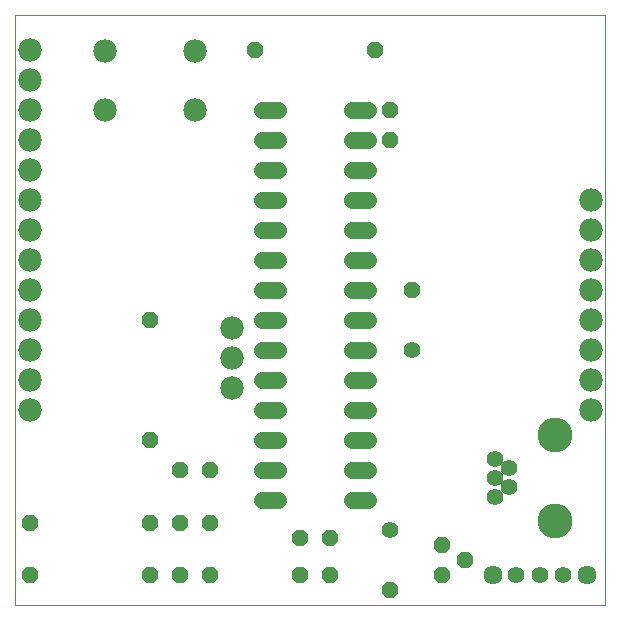
<source format=gbs>
G75*
%MOIN*%
%OFA0B0*%
%FSLAX25Y25*%
%IPPOS*%
%LPD*%
%AMOC8*
5,1,8,0,0,1.08239X$1,22.5*
%
%ADD10C,0.00000*%
%ADD11OC8,0.05600*%
%ADD12C,0.05600*%
%ADD13C,0.05550*%
%ADD14C,0.11620*%
%ADD15C,0.07800*%
%ADD16C,0.05600*%
%ADD17C,0.06337*%
D10*
X0001800Y0001800D02*
X0001800Y0198650D01*
X0198650Y0198650D01*
X0198650Y0001800D01*
X0001800Y0001800D01*
D11*
X0006800Y0011800D03*
X0006800Y0029300D03*
X0046800Y0029300D03*
X0056800Y0029300D03*
X0066800Y0029300D03*
X0066800Y0011800D03*
X0056800Y0011800D03*
X0046800Y0011800D03*
X0056800Y0046800D03*
X0066800Y0046800D03*
X0046800Y0056800D03*
X0046800Y0096800D03*
X0096800Y0024300D03*
X0106800Y0024300D03*
X0106800Y0011800D03*
X0096800Y0011800D03*
X0126800Y0006800D03*
X0144300Y0011800D03*
X0151800Y0016800D03*
X0144300Y0021800D03*
X0134300Y0106800D03*
X0126800Y0156800D03*
X0126800Y0166800D03*
X0121800Y0186800D03*
X0081800Y0186800D03*
D12*
X0134300Y0086800D03*
X0126800Y0026800D03*
D13*
X0161721Y0038001D03*
X0166446Y0041150D03*
X0161721Y0044300D03*
X0166446Y0047450D03*
X0161721Y0050599D03*
X0168926Y0011800D03*
X0176800Y0011800D03*
X0184674Y0011800D03*
D14*
X0181800Y0029930D03*
X0181800Y0058670D03*
D15*
X0193800Y0066800D03*
X0193800Y0076800D03*
X0193800Y0086800D03*
X0193800Y0096800D03*
X0193800Y0106800D03*
X0193800Y0116800D03*
X0193800Y0126800D03*
X0193800Y0136800D03*
X0074300Y0094300D03*
X0074300Y0084300D03*
X0074300Y0074300D03*
X0006800Y0076800D03*
X0006800Y0066800D03*
X0006800Y0086800D03*
X0006800Y0096800D03*
X0006800Y0106800D03*
X0006800Y0116800D03*
X0006800Y0126800D03*
X0006800Y0136800D03*
X0006800Y0146800D03*
X0006800Y0156800D03*
X0006800Y0166800D03*
X0006800Y0176800D03*
X0006800Y0186800D03*
X0031800Y0186643D03*
X0031800Y0166957D03*
X0061800Y0166957D03*
X0061800Y0186643D03*
D16*
X0084200Y0166800D02*
X0089400Y0166800D01*
X0089400Y0156800D02*
X0084200Y0156800D01*
X0084200Y0146800D02*
X0089400Y0146800D01*
X0089400Y0136800D02*
X0084200Y0136800D01*
X0084200Y0126800D02*
X0089400Y0126800D01*
X0089400Y0116800D02*
X0084200Y0116800D01*
X0084200Y0106800D02*
X0089400Y0106800D01*
X0089400Y0096800D02*
X0084200Y0096800D01*
X0084200Y0086800D02*
X0089400Y0086800D01*
X0089400Y0076800D02*
X0084200Y0076800D01*
X0084200Y0066800D02*
X0089400Y0066800D01*
X0089400Y0056800D02*
X0084200Y0056800D01*
X0084200Y0046800D02*
X0089400Y0046800D01*
X0089400Y0036800D02*
X0084200Y0036800D01*
X0114200Y0036800D02*
X0119400Y0036800D01*
X0119400Y0046800D02*
X0114200Y0046800D01*
X0114200Y0056800D02*
X0119400Y0056800D01*
X0119400Y0066800D02*
X0114200Y0066800D01*
X0114200Y0076800D02*
X0119400Y0076800D01*
X0119400Y0086800D02*
X0114200Y0086800D01*
X0114200Y0096800D02*
X0119400Y0096800D01*
X0119400Y0106800D02*
X0114200Y0106800D01*
X0114200Y0116800D02*
X0119400Y0116800D01*
X0119400Y0126800D02*
X0114200Y0126800D01*
X0114200Y0136800D02*
X0119400Y0136800D01*
X0119400Y0146800D02*
X0114200Y0146800D01*
X0114200Y0156800D02*
X0119400Y0156800D01*
X0119400Y0166800D02*
X0114200Y0166800D01*
D17*
X0161052Y0011800D03*
X0192548Y0011800D03*
M02*

</source>
